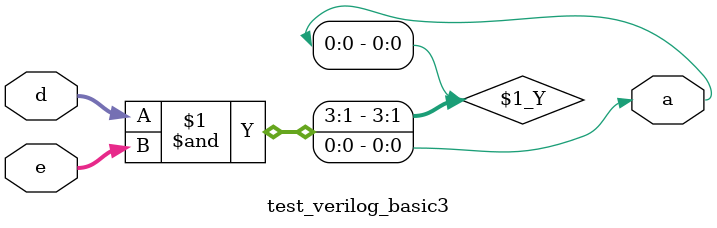
<source format=sv>
module test_verilog_basic3 (
  //&ports;
  output  logic        a,
  input wire [3:0]         d,
  input wire [3:0]         e,
  // output wire [3:0]        a
);
//&regs;
//&wires;


`ifdef behavioral
     assign a = b & c;
`else
     assign a= d & e;
`endif
endmodule



</source>
